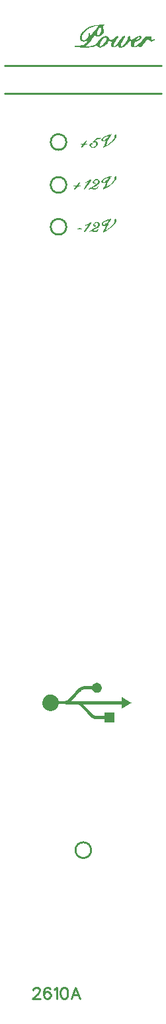
<source format=gto>
G04 Layer: TopSilkscreenLayer*
G04 EasyEDA v6.5.34, 2023-08-21 18:11:39*
G04 f96fbce58fd94eb08820de504881ded1,5a6b42c53f6a479593ecc07194224c93,10*
G04 Gerber Generator version 0.2*
G04 Scale: 100 percent, Rotated: No, Reflected: No *
G04 Dimensions in millimeters *
G04 leading zeros omitted , absolute positions ,4 integer and 5 decimal *
%FSLAX45Y45*%
%MOMM*%

%ADD10C,0.2540*%

%LPD*%
G36*
X1263751Y12720878D02*
G01*
X1249680Y12719202D01*
X1166876Y12711226D01*
X1153160Y12709448D01*
X1140053Y12707366D01*
X1127404Y12704876D01*
X1115263Y12702032D01*
X1103630Y12698831D01*
X1092403Y12695224D01*
X1081633Y12691211D01*
X1071270Y12686792D01*
X1061262Y12682016D01*
X1051610Y12676733D01*
X1042314Y12671094D01*
X1033322Y12664948D01*
X1024636Y12658394D01*
X1016203Y12651333D01*
X1007973Y12643815D01*
X1000048Y12635788D01*
X992276Y12627305D01*
X987399Y12621463D01*
X982929Y12615468D01*
X978865Y12609322D01*
X975156Y12603022D01*
X971854Y12596672D01*
X968908Y12590272D01*
X966419Y12583820D01*
X964285Y12577419D01*
X962558Y12571069D01*
X961288Y12564770D01*
X960424Y12558623D01*
X960018Y12550140D01*
X982929Y12550140D01*
X983284Y12555626D01*
X984199Y12561417D01*
X985672Y12567462D01*
X987755Y12573762D01*
X990346Y12580213D01*
X993444Y12586817D01*
X997102Y12593624D01*
X1001318Y12600533D01*
X1005992Y12607493D01*
X1011224Y12614554D01*
X1020724Y12626035D01*
X1028547Y12634366D01*
X1036675Y12642138D01*
X1045210Y12649352D01*
X1054150Y12656007D01*
X1063548Y12662204D01*
X1073404Y12667843D01*
X1083818Y12673076D01*
X1094790Y12677851D01*
X1106373Y12682220D01*
X1118565Y12686131D01*
X1131468Y12689738D01*
X1167536Y12698120D01*
X1176883Y12699949D01*
X1183386Y12700863D01*
X1187551Y12700914D01*
X1189888Y12700050D01*
X1190904Y12698425D01*
X1191107Y12695986D01*
X1190447Y12694005D01*
X1188567Y12690703D01*
X1181557Y12680848D01*
X1171194Y12667894D01*
X1139799Y12631521D01*
X1120837Y12607899D01*
X1177594Y12607899D01*
X1177950Y12613538D01*
X1178712Y12619380D01*
X1179880Y12625374D01*
X1181557Y12631369D01*
X1183589Y12637312D01*
X1186078Y12643104D01*
X1188974Y12648641D01*
X1192326Y12653822D01*
X1197102Y12660325D01*
X1201572Y12665913D01*
X1205687Y12670637D01*
X1209497Y12674447D01*
X1213002Y12677394D01*
X1216202Y12679426D01*
X1219098Y12680543D01*
X1221638Y12680797D01*
X1223924Y12680137D01*
X1225854Y12678562D01*
X1227480Y12676124D01*
X1228852Y12672771D01*
X1229868Y12668554D01*
X1230630Y12663373D01*
X1231036Y12657378D01*
X1231188Y12650419D01*
X1230934Y12644831D01*
X1230172Y12639090D01*
X1228953Y12633198D01*
X1227328Y12627356D01*
X1225296Y12621564D01*
X1222959Y12615875D01*
X1220317Y12610388D01*
X1217472Y12605156D01*
X1214374Y12600330D01*
X1211122Y12595860D01*
X1207770Y12591897D01*
X1204366Y12588494D01*
X1200912Y12585700D01*
X1197457Y12583668D01*
X1194054Y12582347D01*
X1190752Y12581890D01*
X1187551Y12582398D01*
X1184757Y12583922D01*
X1182471Y12586258D01*
X1180592Y12589408D01*
X1179220Y12593218D01*
X1178204Y12597638D01*
X1177696Y12602565D01*
X1177594Y12607899D01*
X1120837Y12607899D01*
X1114653Y12599771D01*
X1099159Y12577775D01*
X1096111Y12574168D01*
X1094028Y12572847D01*
X1092758Y12573711D01*
X1091996Y12576810D01*
X1091438Y12589408D01*
X1090879Y12596215D01*
X1089660Y12601752D01*
X1087932Y12606070D01*
X1085799Y12609118D01*
X1083411Y12610947D01*
X1080871Y12611557D01*
X1078382Y12610896D01*
X1076045Y12609017D01*
X1073962Y12605918D01*
X1072337Y12601549D01*
X1071270Y12595961D01*
X1070559Y12583109D01*
X1069746Y12577165D01*
X1068425Y12571374D01*
X1066596Y12565684D01*
X1064361Y12560198D01*
X1061669Y12554864D01*
X1058672Y12549835D01*
X1055370Y12545009D01*
X1051763Y12540488D01*
X1047902Y12536322D01*
X1043889Y12532461D01*
X1039672Y12529007D01*
X1035303Y12525959D01*
X1030884Y12523368D01*
X1026414Y12521234D01*
X1021892Y12519558D01*
X1017422Y12518440D01*
X1013002Y12517831D01*
X1008684Y12517882D01*
X1004519Y12518491D01*
X1000506Y12519710D01*
X996746Y12521641D01*
X993190Y12524282D01*
X989939Y12527635D01*
X987348Y12531344D01*
X985316Y12535509D01*
X983945Y12540030D01*
X983132Y12544907D01*
X982929Y12550140D01*
X960018Y12550140D01*
X960018Y12546736D01*
X960424Y12541148D01*
X961339Y12535763D01*
X962660Y12530632D01*
X964488Y12525857D01*
X966724Y12521387D01*
X969467Y12517323D01*
X972667Y12513665D01*
X976223Y12510617D01*
X980236Y12508077D01*
X984707Y12505944D01*
X989533Y12504318D01*
X994664Y12503099D01*
X1000048Y12502388D01*
X1005636Y12502083D01*
X1011377Y12502286D01*
X1017117Y12502896D01*
X1022908Y12503912D01*
X1028649Y12505385D01*
X1034287Y12507315D01*
X1039723Y12509652D01*
X1044956Y12512395D01*
X1049883Y12515596D01*
X1065123Y12528143D01*
X1067714Y12529870D01*
X1068527Y12529616D01*
X1067460Y12527178D01*
X1064564Y12522454D01*
X1053185Y12505740D01*
X1043990Y12492837D01*
X1035608Y12482118D01*
X1031646Y12477546D01*
X1027734Y12473432D01*
X1023772Y12469774D01*
X1019810Y12466574D01*
X1015695Y12463678D01*
X1011428Y12461189D01*
X1006957Y12459055D01*
X1002182Y12457176D01*
X997102Y12455601D01*
X991616Y12454229D01*
X985723Y12453061D01*
X979322Y12452096D01*
X964793Y12450622D01*
X933754Y12448641D01*
X921816Y12447574D01*
X911809Y12446406D01*
X903732Y12445085D01*
X897483Y12443663D01*
X893013Y12442139D01*
X891438Y12441377D01*
X890320Y12440564D01*
X889660Y12439802D01*
X889355Y12438989D01*
X889508Y12438176D01*
X890117Y12437364D01*
X892454Y12435738D01*
X896416Y12434163D01*
X901953Y12432639D01*
X908964Y12431166D01*
X917498Y12429744D01*
X927455Y12428474D01*
X938784Y12427305D01*
X951484Y12426289D01*
X980744Y12424816D01*
X1015339Y12424156D01*
X1047597Y12424359D01*
X1061872Y12424765D01*
X1075029Y12425426D01*
X1087069Y12426340D01*
X1098092Y12427508D01*
X1108100Y12428931D01*
X1117142Y12430556D01*
X1125321Y12432487D01*
X1132636Y12434620D01*
X1149705Y12441326D01*
X1158290Y12444374D01*
X1165352Y12446152D01*
X1171244Y12446711D01*
X1176375Y12445949D01*
X1181201Y12443917D01*
X1186129Y12440666D01*
X1195984Y12432487D01*
X1200708Y12429642D01*
X1205738Y12427458D01*
X1211072Y12425984D01*
X1216660Y12425172D01*
X1222552Y12425121D01*
X1228750Y12425730D01*
X1235202Y12427000D01*
X1239418Y12428321D01*
X1244041Y12430099D01*
X1253998Y12435027D01*
X1264615Y12441478D01*
X1275486Y12448997D01*
X1286154Y12457379D01*
X1296263Y12466167D01*
X1305356Y12475057D01*
X1312976Y12483744D01*
X1316126Y12487859D01*
X1318768Y12491770D01*
X1320800Y12495479D01*
X1322222Y12498882D01*
X1325575Y12503454D01*
X1331417Y12506147D01*
X1339291Y12506807D01*
X1348740Y12505283D01*
X1354734Y12503505D01*
X1359357Y12501575D01*
X1362659Y12499441D01*
X1364691Y12496952D01*
X1365504Y12494006D01*
X1365148Y12490500D01*
X1363726Y12486233D01*
X1358900Y12476226D01*
X1357122Y12471349D01*
X1355902Y12466675D01*
X1355293Y12462103D01*
X1355140Y12457734D01*
X1355547Y12453569D01*
X1356410Y12449657D01*
X1357680Y12445949D01*
X1359408Y12442545D01*
X1361541Y12439396D01*
X1364030Y12436551D01*
X1366824Y12434062D01*
X1369974Y12431877D01*
X1373428Y12430099D01*
X1377137Y12428677D01*
X1381099Y12427661D01*
X1385265Y12427051D01*
X1389634Y12426950D01*
X1394155Y12427254D01*
X1398828Y12428067D01*
X1403604Y12429388D01*
X1408430Y12431268D01*
X1413357Y12433655D01*
X1425600Y12441275D01*
X1431594Y12444577D01*
X1436573Y12446558D01*
X1440840Y12447270D01*
X1444802Y12446609D01*
X1448714Y12444679D01*
X1452880Y12441428D01*
X1464462Y12430810D01*
X1471472Y12425883D01*
X1477924Y12422581D01*
X1482953Y12421362D01*
X1486255Y12421565D01*
X1489862Y12422225D01*
X1498092Y12424765D01*
X1507337Y12428778D01*
X1517294Y12434062D01*
X1527657Y12440412D01*
X1538122Y12447676D01*
X1548485Y12455652D01*
X1558340Y12464135D01*
X1567535Y12472924D01*
X1581150Y12488214D01*
X1586331Y12493599D01*
X1591056Y12498070D01*
X1595424Y12501626D01*
X1599336Y12504267D01*
X1602892Y12505994D01*
X1606042Y12506807D01*
X1608734Y12506655D01*
X1610969Y12505639D01*
X1612849Y12503658D01*
X1614220Y12500813D01*
X1615186Y12497054D01*
X1615643Y12492380D01*
X1615694Y12486792D01*
X1615236Y12480290D01*
X1613712Y12466726D01*
X1613560Y12461036D01*
X1613966Y12455753D01*
X1614881Y12450876D01*
X1616252Y12446406D01*
X1618132Y12442393D01*
X1620469Y12438837D01*
X1623263Y12435738D01*
X1626514Y12433046D01*
X1630172Y12430861D01*
X1634236Y12429134D01*
X1638706Y12427864D01*
X1643583Y12427102D01*
X1648815Y12426848D01*
X1654403Y12427051D01*
X1660347Y12427762D01*
X1666646Y12428982D01*
X1673199Y12430760D01*
X1680108Y12433046D01*
X1694332Y12438634D01*
X1700682Y12440869D01*
X1706219Y12442494D01*
X1710740Y12443510D01*
X1714246Y12443917D01*
X1716532Y12443663D01*
X1717497Y12442698D01*
X1716278Y12437313D01*
X1718614Y12434214D01*
X1723643Y12432182D01*
X1730857Y12431420D01*
X1735429Y12432030D01*
X1740357Y12433858D01*
X1745538Y12436754D01*
X1750872Y12440716D01*
X1756206Y12445542D01*
X1761439Y12451232D01*
X1766519Y12457633D01*
X1780743Y12479020D01*
X1787906Y12488722D01*
X1795221Y12498019D01*
X1802333Y12506350D01*
X1808784Y12513259D01*
X1817878Y12521438D01*
X1822957Y12525400D01*
X1827225Y12527838D01*
X1831035Y12528753D01*
X1834642Y12528194D01*
X1838452Y12526162D01*
X1842719Y12522708D01*
X1847799Y12517831D01*
X1854860Y12511532D01*
X1862124Y12506401D01*
X1868779Y12502896D01*
X1873961Y12501626D01*
X1878431Y12502032D01*
X1883359Y12503200D01*
X1888642Y12504978D01*
X1894027Y12507264D01*
X1899412Y12510008D01*
X1904593Y12513056D01*
X1909419Y12516358D01*
X1913788Y12519710D01*
X1917395Y12523165D01*
X1920239Y12526467D01*
X1922018Y12529616D01*
X1922678Y12532461D01*
X1921408Y12536119D01*
X1917750Y12537287D01*
X1911654Y12535916D01*
X1903272Y12532106D01*
X1890877Y12525908D01*
X1886051Y12524028D01*
X1882089Y12522860D01*
X1878990Y12522606D01*
X1876602Y12523114D01*
X1874977Y12524536D01*
X1874012Y12526822D01*
X1873707Y12530023D01*
X1874012Y12534138D01*
X1874875Y12539167D01*
X1877466Y12550241D01*
X1878228Y12554508D01*
X1878431Y12558115D01*
X1878025Y12561011D01*
X1876856Y12563348D01*
X1874875Y12565176D01*
X1871929Y12566548D01*
X1867966Y12567564D01*
X1862886Y12568224D01*
X1848866Y12568885D01*
X1832965Y12568986D01*
X1821230Y12568478D01*
X1816150Y12567920D01*
X1811528Y12567056D01*
X1807210Y12565938D01*
X1803196Y12564414D01*
X1799386Y12562535D01*
X1795678Y12560198D01*
X1792020Y12557404D01*
X1788363Y12554051D01*
X1784604Y12550190D01*
X1776475Y12540538D01*
X1759254Y12518186D01*
X1750466Y12508077D01*
X1740865Y12498019D01*
X1730806Y12488214D01*
X1720392Y12478816D01*
X1709978Y12470079D01*
X1699768Y12462103D01*
X1690014Y12455194D01*
X1680870Y12449454D01*
X1672691Y12445136D01*
X1665630Y12442393D01*
X1662633Y12441682D01*
X1659991Y12441428D01*
X1656638Y12443561D01*
X1654403Y12449302D01*
X1653438Y12457836D01*
X1653946Y12468250D01*
X1655114Y12475159D01*
X1656994Y12481255D01*
X1659686Y12486538D01*
X1663141Y12491212D01*
X1667560Y12495225D01*
X1672996Y12498781D01*
X1679498Y12501880D01*
X1693875Y12507010D01*
X1700428Y12509550D01*
X1712671Y12515392D01*
X1718411Y12518593D01*
X1728774Y12525400D01*
X1733397Y12529007D01*
X1737563Y12532664D01*
X1741271Y12536373D01*
X1744522Y12540132D01*
X1747266Y12543891D01*
X1749399Y12547600D01*
X1751025Y12551257D01*
X1751990Y12554864D01*
X1752295Y12558369D01*
X1751888Y12561671D01*
X1750720Y12564465D01*
X1748789Y12566802D01*
X1746199Y12568732D01*
X1742998Y12570206D01*
X1739239Y12571272D01*
X1735023Y12571882D01*
X1730349Y12572085D01*
X1725320Y12571933D01*
X1719986Y12571323D01*
X1714398Y12570409D01*
X1702714Y12567361D01*
X1696770Y12565278D01*
X1690776Y12562840D01*
X1684832Y12560096D01*
X1678990Y12556998D01*
X1673352Y12553543D01*
X1667916Y12549835D01*
X1656435Y12540792D01*
X1650390Y12536474D01*
X1644497Y12532918D01*
X1638909Y12530124D01*
X1633575Y12527991D01*
X1628597Y12526619D01*
X1623923Y12525908D01*
X1619605Y12525959D01*
X1615744Y12526721D01*
X1612239Y12528143D01*
X1609242Y12530277D01*
X1606702Y12533122D01*
X1604670Y12536678D01*
X1603197Y12540945D01*
X1602282Y12545872D01*
X1601673Y12557353D01*
X1600809Y12562230D01*
X1599438Y12566091D01*
X1597609Y12568936D01*
X1595424Y12570866D01*
X1592986Y12571831D01*
X1590294Y12571933D01*
X1587449Y12571171D01*
X1584553Y12569596D01*
X1581607Y12567208D01*
X1578762Y12564008D01*
X1576019Y12560096D01*
X1573428Y12555423D01*
X1571193Y12550089D01*
X1569262Y12544094D01*
X1566570Y12532512D01*
X1564454Y12525756D01*
X1676704Y12525756D01*
X1678025Y12528702D01*
X1680819Y12532461D01*
X1685137Y12537033D01*
X1691081Y12542367D01*
X1700885Y12549632D01*
X1709826Y12554661D01*
X1716887Y12557048D01*
X1721154Y12556236D01*
X1721967Y12552781D01*
X1719732Y12547752D01*
X1714855Y12541961D01*
X1707794Y12535916D01*
X1700682Y12531039D01*
X1694332Y12527280D01*
X1688795Y12524587D01*
X1684223Y12522911D01*
X1680616Y12522200D01*
X1678076Y12522454D01*
X1676755Y12523673D01*
X1676704Y12525756D01*
X1564454Y12525756D01*
X1560525Y12515900D01*
X1554734Y12504115D01*
X1547876Y12492482D01*
X1540357Y12481661D01*
X1536446Y12476734D01*
X1532534Y12472263D01*
X1522628Y12462205D01*
X1513738Y12454229D01*
X1505864Y12448235D01*
X1502308Y12445949D01*
X1499057Y12444171D01*
X1496009Y12442850D01*
X1493316Y12441986D01*
X1490878Y12441529D01*
X1488694Y12441529D01*
X1486814Y12441936D01*
X1485239Y12442799D01*
X1483969Y12444018D01*
X1483004Y12445695D01*
X1482293Y12447676D01*
X1481937Y12450114D01*
X1481886Y12452858D01*
X1482750Y12459512D01*
X1484934Y12467488D01*
X1488440Y12476734D01*
X1493316Y12487249D01*
X1499616Y12498832D01*
X1507388Y12511532D01*
X1519936Y12530328D01*
X1531924Y12548768D01*
X1535887Y12555474D01*
X1538478Y12560757D01*
X1539849Y12564770D01*
X1539951Y12567666D01*
X1538884Y12569647D01*
X1536598Y12570866D01*
X1533194Y12571526D01*
X1528724Y12571831D01*
X1523136Y12571882D01*
X1520240Y12571526D01*
X1517040Y12570460D01*
X1513535Y12568732D01*
X1509877Y12566396D01*
X1505966Y12563449D01*
X1501952Y12559944D01*
X1497787Y12555931D01*
X1493570Y12551410D01*
X1485087Y12541097D01*
X1480870Y12535306D01*
X1471879Y12521742D01*
X1462074Y12507468D01*
X1452524Y12494209D01*
X1443278Y12482068D01*
X1434490Y12471247D01*
X1426311Y12461900D01*
X1418793Y12454077D01*
X1412087Y12448032D01*
X1409090Y12445695D01*
X1406347Y12443866D01*
X1403908Y12442545D01*
X1401724Y12441682D01*
X1399794Y12441428D01*
X1396898Y12441834D01*
X1394612Y12443104D01*
X1392936Y12445085D01*
X1391920Y12447778D01*
X1391462Y12451080D01*
X1391615Y12455042D01*
X1392326Y12459512D01*
X1393596Y12464491D01*
X1395425Y12469926D01*
X1397762Y12475768D01*
X1400606Y12481915D01*
X1403959Y12488367D01*
X1407769Y12495022D01*
X1412036Y12501880D01*
X1416761Y12508890D01*
X1427886Y12524028D01*
X1438503Y12539370D01*
X1446580Y12552273D01*
X1449324Y12557302D01*
X1451051Y12561163D01*
X1451660Y12563602D01*
X1451102Y12567259D01*
X1449527Y12569850D01*
X1447038Y12571476D01*
X1443786Y12572085D01*
X1439773Y12571780D01*
X1435201Y12570612D01*
X1430121Y12568580D01*
X1424736Y12565684D01*
X1419047Y12562027D01*
X1413205Y12557658D01*
X1407363Y12552578D01*
X1396441Y12541758D01*
X1390954Y12537033D01*
X1385265Y12532766D01*
X1379474Y12529058D01*
X1373886Y12526010D01*
X1368552Y12523673D01*
X1363675Y12522200D01*
X1359509Y12521692D01*
X1355496Y12522200D01*
X1351432Y12523622D01*
X1347419Y12525857D01*
X1343507Y12528905D01*
X1339900Y12532563D01*
X1336598Y12536830D01*
X1333754Y12541605D01*
X1329588Y12550952D01*
X1327404Y12554661D01*
X1324864Y12558014D01*
X1322070Y12561011D01*
X1318920Y12563602D01*
X1315516Y12565786D01*
X1311859Y12567666D01*
X1307998Y12569139D01*
X1303883Y12570256D01*
X1299565Y12571018D01*
X1295146Y12571425D01*
X1290523Y12571526D01*
X1285748Y12571272D01*
X1280871Y12570663D01*
X1275892Y12569748D01*
X1265783Y12566954D01*
X1260652Y12565075D01*
X1250391Y12560452D01*
X1245260Y12557658D01*
X1235202Y12551308D01*
X1225499Y12543840D01*
X1220825Y12539675D01*
X1211935Y12530632D01*
X1207719Y12525705D01*
X1203756Y12520574D01*
X1199997Y12515138D01*
X1193292Y12504420D01*
X1189837Y12499441D01*
X1182319Y12490043D01*
X1173988Y12481356D01*
X1164844Y12473381D01*
X1154988Y12466218D01*
X1144574Y12459919D01*
X1133551Y12454432D01*
X1124629Y12450826D01*
X1211173Y12450826D01*
X1211427Y12455296D01*
X1212138Y12460173D01*
X1213358Y12465304D01*
X1214983Y12470739D01*
X1217015Y12476378D01*
X1219454Y12482220D01*
X1225245Y12494056D01*
X1232255Y12505944D01*
X1240180Y12517424D01*
X1244396Y12522860D01*
X1253286Y12532918D01*
X1257909Y12537389D01*
X1263345Y12542164D01*
X1268526Y12546076D01*
X1273454Y12549225D01*
X1278026Y12551562D01*
X1282242Y12553137D01*
X1286103Y12553950D01*
X1289507Y12554000D01*
X1292504Y12553340D01*
X1295044Y12551918D01*
X1297025Y12549784D01*
X1298498Y12546990D01*
X1299413Y12543434D01*
X1299667Y12539218D01*
X1299362Y12534341D01*
X1298346Y12528854D01*
X1296670Y12522657D01*
X1294841Y12517577D01*
X1292656Y12512446D01*
X1290116Y12507264D01*
X1284071Y12496901D01*
X1277010Y12486792D01*
X1269238Y12477038D01*
X1260957Y12467996D01*
X1252524Y12459868D01*
X1244193Y12452858D01*
X1240129Y12449810D01*
X1232408Y12444933D01*
X1228852Y12443155D01*
X1225499Y12441783D01*
X1222451Y12440920D01*
X1219657Y12440513D01*
X1217218Y12440716D01*
X1215136Y12441478D01*
X1213459Y12442850D01*
X1212189Y12444831D01*
X1211427Y12447473D01*
X1211173Y12450826D01*
X1124629Y12450826D01*
X1116126Y12447930D01*
X1110132Y12446254D01*
X1097889Y12443612D01*
X1091641Y12442698D01*
X1085342Y12442037D01*
X1078992Y12441631D01*
X1029258Y12441428D01*
X1063548Y12470485D01*
X1070610Y12477292D01*
X1078128Y12485268D01*
X1085799Y12494158D01*
X1093520Y12503607D01*
X1100937Y12513411D01*
X1107846Y12523216D01*
X1114044Y12532715D01*
X1126845Y12553899D01*
X1131062Y12560147D01*
X1134872Y12565227D01*
X1138428Y12569139D01*
X1141780Y12571984D01*
X1145082Y12573812D01*
X1148384Y12574727D01*
X1151890Y12574778D01*
X1155700Y12574117D01*
X1159865Y12572746D01*
X1169060Y12568936D01*
X1173734Y12567564D01*
X1178509Y12566650D01*
X1183436Y12566091D01*
X1188415Y12565989D01*
X1193495Y12566294D01*
X1198575Y12566954D01*
X1203655Y12568021D01*
X1208735Y12569444D01*
X1213815Y12571272D01*
X1218793Y12573406D01*
X1223721Y12575946D01*
X1228496Y12578791D01*
X1233220Y12581991D01*
X1237742Y12585496D01*
X1242161Y12589306D01*
X1246327Y12593421D01*
X1250340Y12597841D01*
X1254048Y12602565D01*
X1257554Y12607544D01*
X1263751Y12617754D01*
X1265986Y12622326D01*
X1267714Y12626644D01*
X1268882Y12630861D01*
X1269542Y12635026D01*
X1269644Y12639294D01*
X1269288Y12643764D01*
X1268425Y12648539D01*
X1267104Y12653670D01*
X1260449Y12672974D01*
X1258570Y12679476D01*
X1257350Y12685166D01*
X1256741Y12689992D01*
X1256842Y12694005D01*
X1257655Y12697104D01*
X1259078Y12699339D01*
X1265123Y12702692D01*
X1268069Y12705740D01*
X1270101Y12709347D01*
X1271117Y12713055D01*
X1271016Y12716510D01*
X1269796Y12719202D01*
X1267409Y12720828D01*
G37*
G36*
X1173226Y4308195D02*
G01*
X1166926Y4307738D01*
X1161034Y4306773D01*
X1155700Y4305300D01*
X1150874Y4303318D01*
X1146098Y4300829D01*
X1141476Y4297832D01*
X1137056Y4294428D01*
X1132941Y4290669D01*
X1129182Y4286656D01*
X1125829Y4282338D01*
X1122984Y4277918D01*
X1116685Y4266895D01*
X1047648Y4266844D01*
X1027836Y4266539D01*
X1011529Y4265726D01*
X998067Y4264355D01*
X992225Y4263440D01*
X986790Y4262323D01*
X976985Y4259427D01*
X967943Y4255566D01*
X958951Y4250639D01*
X952957Y4246778D01*
X948994Y4243476D01*
X936599Y4231894D01*
X919327Y4214825D01*
X898601Y4193743D01*
X875842Y4170019D01*
X848715Y4141317D01*
X825804Y4117644D01*
X808532Y4100525D01*
X801776Y4094175D01*
X796188Y4089247D01*
X791616Y4085539D01*
X788009Y4083100D01*
X782574Y4080459D01*
X778560Y4079036D01*
X774090Y4077868D01*
X768858Y4077004D01*
X762406Y4076344D01*
X744321Y4075429D01*
X689762Y4074058D01*
X683107Y4093057D01*
X680669Y4098645D01*
X677976Y4103979D01*
X675030Y4109161D01*
X671779Y4114139D01*
X668324Y4118914D01*
X664667Y4123436D01*
X660806Y4127754D01*
X656691Y4131818D01*
X652424Y4135628D01*
X647954Y4139184D01*
X643280Y4142536D01*
X638505Y4145584D01*
X633526Y4148429D01*
X628446Y4150969D01*
X623265Y4153204D01*
X617931Y4155186D01*
X612495Y4156862D01*
X607009Y4158284D01*
X601421Y4159351D01*
X595731Y4160164D01*
X589991Y4160621D01*
X584250Y4160774D01*
X578459Y4160621D01*
X572617Y4160113D01*
X566775Y4159250D01*
X560933Y4158081D01*
X555091Y4156557D01*
X549198Y4154678D01*
X543458Y4152493D01*
X537921Y4150004D01*
X532638Y4147261D01*
X527558Y4144264D01*
X522681Y4141012D01*
X518007Y4137507D01*
X513588Y4133748D01*
X509422Y4129735D01*
X505459Y4125468D01*
X501751Y4120997D01*
X498246Y4116273D01*
X495046Y4111345D01*
X492099Y4106164D01*
X489356Y4100779D01*
X486918Y4095191D01*
X482854Y4083456D01*
X481228Y4077258D01*
X479907Y4070908D01*
X479043Y4064812D01*
X478637Y4058564D01*
X478637Y4052265D01*
X479094Y4045813D01*
X480009Y4039362D01*
X481279Y4032910D01*
X482955Y4026458D01*
X484987Y4020108D01*
X487426Y4013860D01*
X490169Y4007764D01*
X493268Y4001871D01*
X496671Y3996182D01*
X500380Y3990797D01*
X504443Y3985666D01*
X508711Y3980891D01*
X513283Y3976522D01*
X517855Y3972610D01*
X522528Y3969054D01*
X527304Y3965803D01*
X532130Y3962857D01*
X537108Y3960266D01*
X542188Y3957929D01*
X547420Y3955897D01*
X552754Y3954119D01*
X558241Y3952697D01*
X563880Y3951528D01*
X569671Y3950665D01*
X575665Y3950055D01*
X581761Y3949750D01*
X587756Y3949750D01*
X593648Y3950106D01*
X599490Y3950715D01*
X605180Y3951630D01*
X610768Y3952849D01*
X616254Y3954373D01*
X621639Y3956202D01*
X626872Y3958285D01*
X631952Y3960622D01*
X636879Y3963263D01*
X641654Y3966159D01*
X646277Y3969308D01*
X650697Y3972712D01*
X654964Y3976370D01*
X659028Y3980281D01*
X662889Y3984396D01*
X666597Y3988815D01*
X670052Y3993387D01*
X676300Y4003294D01*
X679043Y4008577D01*
X681583Y4014063D01*
X689914Y4035907D01*
X857554Y4034739D01*
X899058Y4034180D01*
X912926Y4033774D01*
X923188Y4033215D01*
X930605Y4032504D01*
X935990Y4031538D01*
X940053Y4030370D01*
X943559Y4028846D01*
X947775Y4026611D01*
X950620Y4024680D01*
X957681Y4018889D01*
X966825Y4010558D01*
X978153Y3999433D01*
X991819Y3985412D01*
X1054912Y3918508D01*
X1076756Y3895851D01*
X1092962Y3879799D01*
X1099413Y3873754D01*
X1110081Y3864864D01*
X1114704Y3861562D01*
X1119022Y3858818D01*
X1127861Y3854196D01*
X1147318Y3844747D01*
X1271320Y3842969D01*
X1271320Y3801567D01*
X1399489Y3801567D01*
X1399489Y3926941D01*
X1271320Y3926941D01*
X1271320Y3884828D01*
X1181303Y3886301D01*
X1167536Y3886962D01*
X1158138Y3887927D01*
X1154582Y3888587D01*
X1148689Y3890467D01*
X1143152Y3893058D01*
X1140053Y3894886D01*
X1136396Y3897528D01*
X1131976Y3901135D01*
X1126642Y3905910D01*
X1112469Y3919778D01*
X1092301Y3940606D01*
X1064666Y3969918D01*
X1006195Y4032808D01*
X1494231Y4032808D01*
X1494383Y3998010D01*
X1494790Y3990035D01*
X1495348Y3984650D01*
X1496110Y3982669D01*
X1497787Y3983278D01*
X1507642Y3988562D01*
X1527505Y3999890D01*
X1597609Y4040784D01*
X1614068Y4049826D01*
X1616913Y4051757D01*
X1618894Y4053433D01*
X1619605Y4054601D01*
X1618589Y4055618D01*
X1611122Y4060698D01*
X1597710Y4068927D01*
X1505102Y4122826D01*
X1501140Y4124706D01*
X1498041Y4125722D01*
X1496364Y4125772D01*
X1495501Y4123283D01*
X1494840Y4117492D01*
X1494383Y4109313D01*
X1494231Y4074617D01*
X1036675Y4074820D01*
X917397Y4075429D01*
X877316Y4075836D01*
X853541Y4076344D01*
X847902Y4076700D01*
X852932Y4082796D01*
X866546Y4097832D01*
X911352Y4145686D01*
X938885Y4174286D01*
X960932Y4196384D01*
X976833Y4211269D01*
X982218Y4215739D01*
X985774Y4218127D01*
X990803Y4220260D01*
X993546Y4221124D01*
X1000455Y4222394D01*
X1010361Y4223258D01*
X1024534Y4223867D01*
X1116685Y4225188D01*
X1124153Y4212793D01*
X1127404Y4207865D01*
X1131062Y4203395D01*
X1135024Y4199382D01*
X1139291Y4195826D01*
X1143812Y4192727D01*
X1148588Y4190085D01*
X1153515Y4187850D01*
X1158646Y4186072D01*
X1163878Y4184751D01*
X1169212Y4183887D01*
X1174597Y4183481D01*
X1179982Y4183481D01*
X1185367Y4183938D01*
X1190701Y4184802D01*
X1195984Y4186123D01*
X1201115Y4187850D01*
X1206144Y4190085D01*
X1210919Y4192676D01*
X1215542Y4195724D01*
X1219860Y4199229D01*
X1223924Y4203141D01*
X1227683Y4207459D01*
X1231087Y4212234D01*
X1234084Y4217416D01*
X1236065Y4222089D01*
X1237691Y4227474D01*
X1238910Y4233367D01*
X1239672Y4239564D01*
X1239977Y4245864D01*
X1239824Y4252061D01*
X1239215Y4258056D01*
X1238046Y4263542D01*
X1236014Y4269232D01*
X1232966Y4275074D01*
X1229156Y4280865D01*
X1224635Y4286504D01*
X1219606Y4291736D01*
X1214272Y4296460D01*
X1208684Y4300423D01*
X1203045Y4303471D01*
X1198067Y4305350D01*
X1192326Y4306773D01*
X1186180Y4307687D01*
X1179728Y4308195D01*
G37*
G36*
X1359763Y10238232D02*
G01*
X1356817Y10237927D01*
X1348079Y10235996D01*
X1335379Y10232288D01*
X1318361Y10226802D01*
X1300327Y10220655D01*
X1292910Y10217759D01*
X1279144Y10211460D01*
X1267002Y10204704D01*
X1261618Y10201198D01*
X1256690Y10197592D01*
X1252220Y10193985D01*
X1248308Y10190327D01*
X1244904Y10186619D01*
X1242060Y10182961D01*
X1239824Y10179304D01*
X1238199Y10175697D01*
X1237234Y10172192D01*
X1236966Y10169550D01*
X1256944Y10169550D01*
X1256995Y10175087D01*
X1258214Y10180624D01*
X1260652Y10185755D01*
X1264412Y10189972D01*
X1266850Y10191699D01*
X1274978Y10196169D01*
X1285951Y10201351D01*
X1298041Y10206532D01*
X1309573Y10210952D01*
X1318920Y10213949D01*
X1322171Y10214711D01*
X1322120Y10213340D01*
X1317955Y10203738D01*
X1314399Y10196677D01*
X1310081Y10189819D01*
X1305407Y10184638D01*
X1300937Y10181640D01*
X1297178Y10181336D01*
X1293672Y10181386D01*
X1289913Y10179304D01*
X1286306Y10175494D01*
X1280160Y10164876D01*
X1276197Y10160457D01*
X1271930Y10157460D01*
X1267866Y10156342D01*
X1263599Y10157409D01*
X1260297Y10160254D01*
X1258062Y10164419D01*
X1256944Y10169550D01*
X1236966Y10169550D01*
X1236878Y10168686D01*
X1237996Y10163302D01*
X1240993Y10158323D01*
X1245514Y10153853D01*
X1251153Y10150195D01*
X1257554Y10147452D01*
X1264361Y10145928D01*
X1271117Y10145776D01*
X1277518Y10147249D01*
X1282192Y10148976D01*
X1285646Y10149992D01*
X1287881Y10150043D01*
X1288948Y10148976D01*
X1288999Y10146538D01*
X1288084Y10142524D01*
X1283462Y10129012D01*
X1279398Y10118242D01*
X1274521Y10106456D01*
X1269492Y10095077D01*
X1261008Y10077653D01*
X1258265Y10070846D01*
X1256842Y10065816D01*
X1256995Y10063327D01*
X1258468Y10063480D01*
X1261872Y10064800D01*
X1273352Y10070592D01*
X1289761Y10079837D01*
X1309319Y10091521D01*
X1323746Y10100767D01*
X1337564Y10110368D01*
X1350670Y10120223D01*
X1362964Y10130282D01*
X1374394Y10140391D01*
X1384909Y10150500D01*
X1394358Y10160508D01*
X1402791Y10170312D01*
X1410004Y10179862D01*
X1415999Y10189006D01*
X1420723Y10197693D01*
X1424025Y10205821D01*
X1425143Y10209682D01*
X1425905Y10213340D01*
X1426260Y10216794D01*
X1426260Y10220096D01*
X1425854Y10223195D01*
X1424990Y10226040D01*
X1423771Y10228681D01*
X1422095Y10231069D01*
X1418183Y10234472D01*
X1414272Y10235895D01*
X1410512Y10235488D01*
X1407109Y10233456D01*
X1404366Y10230053D01*
X1402486Y10225430D01*
X1401724Y10219791D01*
X1402588Y10210190D01*
X1402384Y10206634D01*
X1401724Y10202875D01*
X1400606Y10198811D01*
X1399032Y10194544D01*
X1397000Y10190073D01*
X1394561Y10185450D01*
X1391716Y10180624D01*
X1384858Y10170617D01*
X1376680Y10160304D01*
X1367180Y10149840D01*
X1356614Y10139426D01*
X1345082Y10129266D01*
X1332738Y10119461D01*
X1318361Y10109047D01*
X1306271Y10100818D01*
X1297787Y10095585D01*
X1295247Y10094366D01*
X1294079Y10094214D01*
X1293825Y10095331D01*
X1294130Y10097465D01*
X1294892Y10100564D01*
X1297889Y10109200D01*
X1302359Y10120579D01*
X1308049Y10133939D01*
X1321714Y10163708D01*
X1329029Y10178745D01*
X1336192Y10192867D01*
X1342847Y10205364D01*
X1348689Y10215575D01*
X1353413Y10222738D01*
X1360474Y10230866D01*
X1362151Y10233202D01*
X1363167Y10235082D01*
X1363472Y10236504D01*
X1363065Y10237520D01*
X1361795Y10238079D01*
G37*
G36*
X1174140Y10198303D02*
G01*
X1168755Y10197795D01*
X1163167Y10196728D01*
X1158443Y10195153D01*
X1153718Y10192715D01*
X1149146Y10189667D01*
X1144727Y10186009D01*
X1140663Y10181945D01*
X1137005Y10177576D01*
X1133805Y10173004D01*
X1131214Y10168382D01*
X1129334Y10163860D01*
X1128217Y10159492D01*
X1128014Y10155478D01*
X1128725Y10151872D01*
X1131214Y10147096D01*
X1134516Y10143236D01*
X1138377Y10140289D01*
X1142746Y10138410D01*
X1147318Y10137546D01*
X1151991Y10137851D01*
X1156563Y10139324D01*
X1160830Y10142016D01*
X1165047Y10146080D01*
X1165961Y10149027D01*
X1163320Y10151516D01*
X1151636Y10156545D01*
X1147775Y10158984D01*
X1145489Y10161625D01*
X1144727Y10164622D01*
X1145438Y10167975D01*
X1147724Y10171836D01*
X1151483Y10176256D01*
X1156766Y10181336D01*
X1163370Y10186568D01*
X1169009Y10189006D01*
X1174343Y10188854D01*
X1179982Y10186263D01*
X1183487Y10183876D01*
X1186484Y10181336D01*
X1188923Y10178694D01*
X1190904Y10175900D01*
X1192326Y10173055D01*
X1193241Y10170109D01*
X1193698Y10167061D01*
X1193596Y10163860D01*
X1193038Y10160660D01*
X1191920Y10157307D01*
X1190345Y10153904D01*
X1188262Y10150398D01*
X1185672Y10146842D01*
X1182624Y10143185D01*
X1179068Y10139476D01*
X1175054Y10135717D01*
X1170533Y10131856D01*
X1160068Y10124033D01*
X1147673Y10115956D01*
X1133398Y10107726D01*
X1115568Y10098227D01*
X1106271Y10092893D01*
X1097838Y10087711D01*
X1090472Y10082834D01*
X1084427Y10078415D01*
X1079855Y10074554D01*
X1076909Y10071404D01*
X1075893Y10069118D01*
X1076502Y10065054D01*
X1078636Y10063835D01*
X1083056Y10065410D01*
X1094943Y10072674D01*
X1098854Y10074706D01*
X1102563Y10075875D01*
X1106271Y10076281D01*
X1110284Y10075926D01*
X1114958Y10074757D01*
X1120546Y10072827D01*
X1133805Y10067696D01*
X1140104Y10066070D01*
X1146149Y10065156D01*
X1151991Y10064953D01*
X1157630Y10065512D01*
X1163015Y10066832D01*
X1168196Y10068814D01*
X1173175Y10071608D01*
X1177950Y10075113D01*
X1182471Y10079329D01*
X1186789Y10084257D01*
X1190853Y10089946D01*
X1195171Y10097211D01*
X1197559Y10102646D01*
X1198067Y10106202D01*
X1197000Y10107828D01*
X1194358Y10107472D01*
X1190447Y10105085D01*
X1185316Y10100665D01*
X1174343Y10088676D01*
X1170381Y10084663D01*
X1166926Y10081920D01*
X1163624Y10080447D01*
X1160272Y10080040D01*
X1156411Y10080701D01*
X1151890Y10082276D01*
X1128522Y10092842D01*
X1164742Y10110419D01*
X1176883Y10116769D01*
X1187500Y10122814D01*
X1195374Y10127742D01*
X1197864Y10129570D01*
X1202080Y10133431D01*
X1205636Y10137394D01*
X1208633Y10141508D01*
X1210970Y10145674D01*
X1212799Y10149941D01*
X1214069Y10154208D01*
X1214831Y10158526D01*
X1215034Y10162743D01*
X1214780Y10166908D01*
X1214018Y10170922D01*
X1212799Y10174833D01*
X1211173Y10178542D01*
X1209090Y10182047D01*
X1206601Y10185298D01*
X1203706Y10188244D01*
X1200454Y10190937D01*
X1196848Y10193223D01*
X1192936Y10195153D01*
X1188669Y10196626D01*
X1184097Y10197693D01*
X1179220Y10198252D01*
G37*
G36*
X1105052Y10195763D02*
G01*
X1102563Y10195661D01*
X1098905Y10194442D01*
X1093927Y10192054D01*
X1087526Y10188498D01*
X1058672Y10170464D01*
X1048207Y10164724D01*
X1039723Y10160863D01*
X1036624Y10159796D01*
X1031290Y10158933D01*
X1028750Y10157612D01*
X1027023Y10155682D01*
X1026363Y10153243D01*
X1026921Y10148976D01*
X1029665Y10147503D01*
X1036116Y10148976D01*
X1055725Y10156088D01*
X1058265Y10156698D01*
X1059891Y10156596D01*
X1060500Y10155580D01*
X1060094Y10153497D01*
X1058519Y10150195D01*
X1051712Y10139070D01*
X1025347Y10099598D01*
X1020165Y10091521D01*
X1015949Y10084511D01*
X1012698Y10078618D01*
X1010412Y10073792D01*
X1009040Y10069931D01*
X1008583Y10067086D01*
X1009040Y10065105D01*
X1010412Y10063988D01*
X1012698Y10063734D01*
X1015847Y10064292D01*
X1019810Y10065562D01*
X1021435Y10066578D01*
X1023670Y10068610D01*
X1029766Y10075519D01*
X1037691Y10085425D01*
X1046886Y10097719D01*
X1056894Y10111638D01*
X1067155Y10126421D01*
X1086561Y10155732D01*
X1094689Y10168788D01*
X1101140Y10179812D01*
X1105357Y10188092D01*
X1106474Y10190937D01*
X1106881Y10192816D01*
X1106424Y10194798D01*
G37*
G36*
X958646Y10116261D02*
G01*
X946454Y10115753D01*
X935939Y10114432D01*
X928116Y10112451D01*
X924204Y10110063D01*
X925017Y10107472D01*
X930605Y10105542D01*
X940663Y10104323D01*
X954836Y10103916D01*
X968197Y10104374D01*
X979119Y10105694D01*
X986536Y10107676D01*
X989228Y10110063D01*
X986840Y10112451D01*
X980236Y10114432D01*
X970534Y10115753D01*
G37*
G36*
X1361084Y10784332D02*
G01*
X1358036Y10784027D01*
X1349146Y10782096D01*
X1336090Y10778388D01*
X1318615Y10772902D01*
X1300124Y10766755D01*
X1292555Y10763859D01*
X1285290Y10760760D01*
X1278432Y10757560D01*
X1271981Y10754207D01*
X1265986Y10750804D01*
X1260398Y10747298D01*
X1255369Y10743692D01*
X1250797Y10740085D01*
X1246784Y10736427D01*
X1243279Y10732719D01*
X1240383Y10729061D01*
X1238097Y10725404D01*
X1236421Y10721797D01*
X1235405Y10718292D01*
X1235175Y10715650D01*
X1255674Y10715650D01*
X1255674Y10721187D01*
X1256944Y10726724D01*
X1259433Y10731855D01*
X1263294Y10736072D01*
X1265834Y10737799D01*
X1274165Y10742269D01*
X1285392Y10747451D01*
X1297787Y10752632D01*
X1309624Y10757052D01*
X1319174Y10760049D01*
X1322578Y10760811D01*
X1322476Y10759440D01*
X1320952Y10755630D01*
X1314551Y10742777D01*
X1310132Y10735919D01*
X1305356Y10730738D01*
X1300734Y10727740D01*
X1296873Y10727436D01*
X1293317Y10727486D01*
X1289456Y10725404D01*
X1285748Y10721594D01*
X1279448Y10710976D01*
X1275384Y10706557D01*
X1271016Y10703560D01*
X1266799Y10702442D01*
X1262430Y10703509D01*
X1259078Y10706354D01*
X1256792Y10710519D01*
X1255674Y10715650D01*
X1235175Y10715650D01*
X1235100Y10714786D01*
X1236167Y10709402D01*
X1239266Y10704423D01*
X1243888Y10699953D01*
X1249680Y10696295D01*
X1256284Y10693552D01*
X1263243Y10692028D01*
X1270203Y10691876D01*
X1276705Y10693349D01*
X1281531Y10695076D01*
X1285036Y10696092D01*
X1287322Y10696143D01*
X1288491Y10695076D01*
X1288542Y10692638D01*
X1287576Y10688624D01*
X1282852Y10675112D01*
X1278686Y10664342D01*
X1273657Y10652556D01*
X1268476Y10641177D01*
X1259840Y10623753D01*
X1256995Y10616946D01*
X1255522Y10611916D01*
X1255674Y10609427D01*
X1257198Y10609580D01*
X1260652Y10610900D01*
X1272489Y10616692D01*
X1289253Y10625937D01*
X1309370Y10637621D01*
X1324152Y10646867D01*
X1338326Y10656468D01*
X1351788Y10666323D01*
X1364386Y10676382D01*
X1376121Y10686491D01*
X1386890Y10696600D01*
X1396593Y10706608D01*
X1405229Y10716412D01*
X1412646Y10725962D01*
X1418793Y10735106D01*
X1423619Y10743793D01*
X1427022Y10751921D01*
X1428191Y10755782D01*
X1428953Y10759440D01*
X1429308Y10762894D01*
X1429308Y10766196D01*
X1428851Y10769295D01*
X1428038Y10772140D01*
X1426718Y10774781D01*
X1425041Y10777169D01*
X1421028Y10780572D01*
X1417015Y10781995D01*
X1413103Y10781588D01*
X1409649Y10779556D01*
X1406855Y10776153D01*
X1404924Y10771530D01*
X1404112Y10765891D01*
X1405026Y10756290D01*
X1404823Y10752734D01*
X1404162Y10748975D01*
X1402994Y10744911D01*
X1401368Y10740644D01*
X1399286Y10736173D01*
X1393850Y10726724D01*
X1386840Y10716717D01*
X1378407Y10706404D01*
X1373733Y10701172D01*
X1363421Y10690707D01*
X1352092Y10680395D01*
X1339799Y10670387D01*
X1325778Y10660126D01*
X1312062Y10650677D01*
X1301343Y10643870D01*
X1297482Y10641685D01*
X1294892Y10640466D01*
X1293723Y10640314D01*
X1293469Y10641431D01*
X1293774Y10643565D01*
X1295857Y10650575D01*
X1299718Y10660684D01*
X1305001Y10673130D01*
X1311351Y10687202D01*
X1325829Y10717377D01*
X1333296Y10732058D01*
X1340408Y10745470D01*
X1346860Y10756900D01*
X1352346Y10765688D01*
X1354582Y10768838D01*
X1359458Y10774222D01*
X1363573Y10779302D01*
X1364589Y10781182D01*
X1364945Y10782604D01*
X1364488Y10783620D01*
X1363218Y10784179D01*
G37*
G36*
X1170686Y10744403D02*
G01*
X1165199Y10743895D01*
X1159459Y10742828D01*
X1154582Y10741253D01*
X1149756Y10738815D01*
X1145032Y10735767D01*
X1140561Y10732109D01*
X1136345Y10728045D01*
X1132586Y10723676D01*
X1129334Y10719104D01*
X1126693Y10714482D01*
X1124712Y10709960D01*
X1123594Y10705592D01*
X1123340Y10701578D01*
X1124153Y10697972D01*
X1126693Y10693196D01*
X1130046Y10689336D01*
X1134059Y10686389D01*
X1138478Y10684510D01*
X1143203Y10683646D01*
X1147978Y10683951D01*
X1152652Y10685424D01*
X1157071Y10688116D01*
X1161389Y10692180D01*
X1162304Y10695127D01*
X1159611Y10697616D01*
X1147572Y10702645D01*
X1143660Y10705084D01*
X1141323Y10707725D01*
X1140510Y10710722D01*
X1141272Y10714075D01*
X1143609Y10717936D01*
X1147470Y10722356D01*
X1152906Y10727436D01*
X1159662Y10732668D01*
X1165453Y10735106D01*
X1170889Y10734954D01*
X1176680Y10732363D01*
X1180287Y10729976D01*
X1183335Y10727436D01*
X1185875Y10724794D01*
X1187856Y10722000D01*
X1189329Y10719155D01*
X1190294Y10716209D01*
X1190752Y10713161D01*
X1190650Y10709960D01*
X1190040Y10706760D01*
X1188923Y10703407D01*
X1187297Y10700004D01*
X1185164Y10696498D01*
X1182522Y10692942D01*
X1179423Y10689285D01*
X1175766Y10685576D01*
X1166977Y10677956D01*
X1161846Y10674045D01*
X1150112Y10666120D01*
X1143558Y10662056D01*
X1128877Y10653826D01*
X1113993Y10646105D01*
X1101090Y10638993D01*
X1089812Y10632135D01*
X1080617Y10625937D01*
X1073962Y10620654D01*
X1071778Y10618470D01*
X1070406Y10616641D01*
X1069949Y10615218D01*
X1070508Y10611154D01*
X1072743Y10609935D01*
X1077264Y10611510D01*
X1089456Y10618774D01*
X1093520Y10620806D01*
X1097280Y10621975D01*
X1101090Y10622381D01*
X1105204Y10622026D01*
X1109980Y10620857D01*
X1115720Y10618927D01*
X1129334Y10613796D01*
X1135786Y10612170D01*
X1141984Y10611256D01*
X1147978Y10611053D01*
X1153769Y10611612D01*
X1159306Y10612932D01*
X1164640Y10614914D01*
X1169720Y10617708D01*
X1174597Y10621213D01*
X1179220Y10625429D01*
X1183640Y10630357D01*
X1187856Y10636046D01*
X1192276Y10643311D01*
X1194714Y10648746D01*
X1195273Y10652302D01*
X1194155Y10653928D01*
X1191463Y10653572D01*
X1187399Y10651185D01*
X1182166Y10646765D01*
X1170940Y10634776D01*
X1166876Y10630763D01*
X1163320Y10628020D01*
X1159967Y10626547D01*
X1156462Y10626140D01*
X1152550Y10626801D01*
X1147876Y10628376D01*
X1123950Y10638942D01*
X1161084Y10656519D01*
X1173530Y10662869D01*
X1184402Y10668914D01*
X1192479Y10673842D01*
X1195070Y10675670D01*
X1199337Y10679531D01*
X1202994Y10683494D01*
X1206042Y10687608D01*
X1208481Y10691774D01*
X1210360Y10696041D01*
X1211681Y10700308D01*
X1212443Y10704626D01*
X1212646Y10708843D01*
X1212392Y10713008D01*
X1211630Y10717022D01*
X1210360Y10720933D01*
X1208684Y10724642D01*
X1206550Y10728147D01*
X1204010Y10731398D01*
X1201064Y10734344D01*
X1197711Y10737037D01*
X1194003Y10739323D01*
X1189990Y10741253D01*
X1185621Y10742726D01*
X1180896Y10743793D01*
X1175918Y10744352D01*
G37*
G36*
X1106170Y10741863D02*
G01*
X1103630Y10741761D01*
X1099870Y10740542D01*
X1094790Y10738154D01*
X1088237Y10734598D01*
X1058621Y10716564D01*
X1047902Y10710824D01*
X1039164Y10706963D01*
X1035964Y10705896D01*
X1030528Y10705033D01*
X1027937Y10703712D01*
X1026160Y10701782D01*
X1025499Y10699343D01*
X1026058Y10695076D01*
X1028852Y10693603D01*
X1035507Y10695076D01*
X1055573Y10702188D01*
X1058214Y10702798D01*
X1059891Y10702696D01*
X1060500Y10701680D01*
X1060043Y10699597D01*
X1058418Y10696295D01*
X1055624Y10691520D01*
X1046022Y10677093D01*
X1030732Y10654995D01*
X1019098Y10637621D01*
X1014780Y10630611D01*
X1011478Y10624718D01*
X1009091Y10619892D01*
X1007719Y10616031D01*
X1007262Y10613186D01*
X1007719Y10611205D01*
X1009142Y10610088D01*
X1011428Y10609834D01*
X1014679Y10610392D01*
X1018794Y10611662D01*
X1020419Y10612678D01*
X1022705Y10614710D01*
X1029004Y10621619D01*
X1037082Y10631525D01*
X1046530Y10643819D01*
X1056792Y10657738D01*
X1067308Y10672521D01*
X1087221Y10701832D01*
X1095552Y10714888D01*
X1102156Y10725912D01*
X1106525Y10734192D01*
X1107643Y10737037D01*
X1108049Y10738916D01*
X1107592Y10740898D01*
G37*
G36*
X950163Y10699343D02*
G01*
X943914Y10698124D01*
X937818Y10694466D01*
X932129Y10688624D01*
X927049Y10680852D01*
X924255Y10675975D01*
X921461Y10672013D01*
X918514Y10668762D01*
X915365Y10666272D01*
X911910Y10664494D01*
X908050Y10663224D01*
X903681Y10662564D01*
X891184Y10661853D01*
X884478Y10660532D01*
X879246Y10658551D01*
X876249Y10656163D01*
X875995Y10653725D01*
X878332Y10651794D01*
X882853Y10650474D01*
X889304Y10650016D01*
X898753Y10649712D01*
X902665Y10647984D01*
X901547Y10643463D01*
X891794Y10628325D01*
X888796Y10623245D01*
X887018Y10619435D01*
X886510Y10616692D01*
X887221Y10614812D01*
X889253Y10613694D01*
X892556Y10613136D01*
X897128Y10612983D01*
X902411Y10614456D01*
X908405Y10618419D01*
X914450Y10624312D01*
X919683Y10631474D01*
X922832Y10636300D01*
X925982Y10640263D01*
X929182Y10643463D01*
X932586Y10645952D01*
X936244Y10647832D01*
X940257Y10649051D01*
X944676Y10649762D01*
X956919Y10650474D01*
X962863Y10651794D01*
X966876Y10653776D01*
X968349Y10656163D01*
X967333Y10658551D01*
X964590Y10660532D01*
X960577Y10661853D01*
X955649Y10662361D01*
X950569Y10662462D01*
X946912Y10663021D01*
X944626Y10664088D01*
X943711Y10665917D01*
X944118Y10668660D01*
X945845Y10672521D01*
X948893Y10677601D01*
X958646Y10692638D01*
X960119Y10697210D01*
X957376Y10699038D01*
G37*
G36*
X1361338Y11317732D02*
G01*
X1358290Y11317427D01*
X1349349Y11315496D01*
X1336243Y11311788D01*
X1318666Y11306302D01*
X1300124Y11300155D01*
X1292453Y11297259D01*
X1278280Y11290960D01*
X1271778Y11287607D01*
X1265732Y11284204D01*
X1260195Y11280698D01*
X1255064Y11277092D01*
X1250492Y11273485D01*
X1246428Y11269827D01*
X1242974Y11266119D01*
X1240028Y11262461D01*
X1237742Y11258804D01*
X1236065Y11255197D01*
X1235049Y11251692D01*
X1234781Y11249050D01*
X1255369Y11249050D01*
X1255420Y11254587D01*
X1256690Y11260124D01*
X1259179Y11265255D01*
X1263040Y11269472D01*
X1265580Y11271199D01*
X1273962Y11275669D01*
X1285240Y11280851D01*
X1297736Y11286032D01*
X1309624Y11290452D01*
X1319225Y11293449D01*
X1322628Y11294211D01*
X1322527Y11292840D01*
X1321003Y11289030D01*
X1314602Y11276177D01*
X1310182Y11269319D01*
X1305356Y11264138D01*
X1300683Y11261140D01*
X1296822Y11260836D01*
X1293266Y11260886D01*
X1289354Y11258804D01*
X1285595Y11254994D01*
X1279296Y11244376D01*
X1275232Y11239957D01*
X1270812Y11236960D01*
X1266596Y11235842D01*
X1262227Y11236909D01*
X1258824Y11239754D01*
X1256538Y11243919D01*
X1255369Y11249050D01*
X1234781Y11249050D01*
X1234694Y11248186D01*
X1235811Y11242802D01*
X1238910Y11237823D01*
X1243584Y11233353D01*
X1249375Y11229695D01*
X1256030Y11226952D01*
X1262989Y11225428D01*
X1270000Y11225276D01*
X1276553Y11226749D01*
X1284935Y11229492D01*
X1287221Y11229543D01*
X1288389Y11228476D01*
X1288440Y11226038D01*
X1287424Y11222024D01*
X1285544Y11216233D01*
X1280769Y11203330D01*
X1276096Y11191900D01*
X1270863Y11180114D01*
X1259586Y11157153D01*
X1256741Y11150346D01*
X1255268Y11145316D01*
X1255420Y11142827D01*
X1256944Y11142980D01*
X1260449Y11144300D01*
X1272286Y11150092D01*
X1289151Y11159337D01*
X1309319Y11171021D01*
X1324254Y11180267D01*
X1338478Y11189868D01*
X1351991Y11199723D01*
X1364640Y11209782D01*
X1376426Y11219891D01*
X1387246Y11230000D01*
X1397050Y11240008D01*
X1405686Y11249812D01*
X1413154Y11259362D01*
X1419352Y11268506D01*
X1424178Y11277193D01*
X1427581Y11285321D01*
X1428750Y11289182D01*
X1429512Y11292840D01*
X1429918Y11296294D01*
X1429918Y11299596D01*
X1429461Y11302695D01*
X1428597Y11305540D01*
X1427327Y11308181D01*
X1425600Y11310569D01*
X1421587Y11313972D01*
X1417523Y11315395D01*
X1413662Y11314988D01*
X1410157Y11312956D01*
X1407312Y11309553D01*
X1405382Y11304930D01*
X1404620Y11299291D01*
X1405483Y11289690D01*
X1405331Y11286134D01*
X1404620Y11282375D01*
X1403451Y11278311D01*
X1401826Y11274044D01*
X1399743Y11269573D01*
X1394256Y11260124D01*
X1387246Y11250117D01*
X1378762Y11239804D01*
X1369009Y11229340D01*
X1358138Y11218926D01*
X1346250Y11208766D01*
X1333500Y11198961D01*
X1318666Y11188547D01*
X1306220Y11180318D01*
X1297432Y11175085D01*
X1294841Y11173866D01*
X1293672Y11173714D01*
X1293368Y11174831D01*
X1293672Y11176965D01*
X1295806Y11183975D01*
X1299718Y11194084D01*
X1305001Y11206530D01*
X1311351Y11220602D01*
X1325930Y11250777D01*
X1333398Y11265458D01*
X1340561Y11278870D01*
X1347063Y11290300D01*
X1352550Y11299088D01*
X1356664Y11304473D01*
X1362100Y11310366D01*
X1363827Y11312702D01*
X1364894Y11314582D01*
X1365199Y11316004D01*
X1364742Y11317020D01*
X1363472Y11317579D01*
G37*
G36*
X1197711Y11273891D02*
G01*
X1192987Y11273739D01*
X1188720Y11273332D01*
X1184706Y11272520D01*
X1180896Y11271300D01*
X1177188Y11269573D01*
X1173327Y11267236D01*
X1169314Y11264290D01*
X1164996Y11260632D01*
X1154887Y11250930D01*
X1143000Y11238687D01*
X1132636Y11227612D01*
X1124813Y11218824D01*
X1120394Y11213388D01*
X1119835Y11212271D01*
X1121714Y11211356D01*
X1126845Y11210696D01*
X1134465Y11210391D01*
X1151331Y11210594D01*
X1157071Y11210442D01*
X1161237Y11209782D01*
X1164082Y11208410D01*
X1165758Y11206226D01*
X1166571Y11202974D01*
X1166672Y11198504D01*
X1166317Y11192662D01*
X1165555Y11187226D01*
X1164132Y11182096D01*
X1162100Y11177320D01*
X1159611Y11172901D01*
X1156665Y11168888D01*
X1153312Y11165281D01*
X1149705Y11162131D01*
X1145844Y11159439D01*
X1141882Y11157254D01*
X1137767Y11155578D01*
X1133703Y11154410D01*
X1129690Y11153851D01*
X1125778Y11153851D01*
X1122070Y11154511D01*
X1118666Y11155781D01*
X1115618Y11157712D01*
X1112926Y11160353D01*
X1110792Y11163655D01*
X1109218Y11167770D01*
X1108252Y11172596D01*
X1107846Y11180368D01*
X1109014Y11185652D01*
X1111758Y11188649D01*
X1116228Y11189563D01*
X1120089Y11190071D01*
X1123289Y11191392D01*
X1125423Y11193373D01*
X1126185Y11195761D01*
X1124915Y11198758D01*
X1121460Y11200739D01*
X1116482Y11201704D01*
X1110437Y11201704D01*
X1104036Y11200790D01*
X1097788Y11199012D01*
X1092301Y11196370D01*
X1088186Y11192967D01*
X1085189Y11188649D01*
X1083360Y11184178D01*
X1082598Y11179556D01*
X1082903Y11174933D01*
X1084122Y11170361D01*
X1086154Y11165890D01*
X1088999Y11161572D01*
X1092555Y11157559D01*
X1096772Y11153851D01*
X1101496Y11150600D01*
X1106728Y11147806D01*
X1112367Y11145621D01*
X1118311Y11144046D01*
X1124508Y11143183D01*
X1130909Y11143132D01*
X1137412Y11143894D01*
X1142949Y11145266D01*
X1148232Y11146993D01*
X1153261Y11149177D01*
X1158036Y11151717D01*
X1162507Y11154562D01*
X1166672Y11157712D01*
X1170533Y11161166D01*
X1174089Y11164773D01*
X1177340Y11168583D01*
X1180236Y11172545D01*
X1182776Y11176609D01*
X1184960Y11180724D01*
X1186789Y11184940D01*
X1188262Y11189106D01*
X1189278Y11193221D01*
X1189939Y11197285D01*
X1190142Y11201196D01*
X1189939Y11205006D01*
X1189329Y11208613D01*
X1188212Y11211966D01*
X1186688Y11215116D01*
X1184656Y11217960D01*
X1182166Y11220450D01*
X1179169Y11222532D01*
X1175715Y11224260D01*
X1171702Y11225530D01*
X1167180Y11226342D01*
X1155344Y11226901D01*
X1153312Y11228679D01*
X1156055Y11233099D01*
X1163828Y11241328D01*
X1170533Y11247170D01*
X1177442Y11251184D01*
X1183995Y11253266D01*
X1189837Y11253114D01*
X1194917Y11252555D01*
X1200912Y11253114D01*
X1207312Y11254587D01*
X1213612Y11256721D01*
X1219301Y11259362D01*
X1223975Y11262360D01*
X1227124Y11265408D01*
X1228293Y11268456D01*
X1226261Y11270234D01*
X1220825Y11271859D01*
X1212799Y11273078D01*
X1202994Y11273790D01*
G37*
G36*
X1037742Y11232743D02*
G01*
X1031494Y11231524D01*
X1025347Y11227866D01*
X1019606Y11222024D01*
X1014526Y11214252D01*
X1011682Y11209375D01*
X1008887Y11205413D01*
X1005941Y11202162D01*
X1002741Y11199672D01*
X999286Y11197894D01*
X995375Y11196624D01*
X991006Y11195964D01*
X978458Y11195253D01*
X971702Y11193932D01*
X966469Y11191951D01*
X963472Y11189563D01*
X963168Y11187125D01*
X965504Y11185194D01*
X970076Y11183874D01*
X976579Y11183416D01*
X986078Y11183112D01*
X989990Y11181384D01*
X988872Y11176863D01*
X979068Y11161725D01*
X976020Y11156645D01*
X974242Y11152835D01*
X973734Y11150092D01*
X974496Y11148212D01*
X976528Y11147094D01*
X979830Y11146536D01*
X984402Y11146383D01*
X989736Y11147856D01*
X995781Y11151819D01*
X1001826Y11157712D01*
X1007110Y11164874D01*
X1010259Y11169700D01*
X1013409Y11173663D01*
X1016660Y11176863D01*
X1020064Y11179352D01*
X1023721Y11181232D01*
X1027734Y11182451D01*
X1032205Y11183162D01*
X1044498Y11183874D01*
X1050493Y11185194D01*
X1054506Y11187176D01*
X1055979Y11189563D01*
X1055014Y11191951D01*
X1052271Y11193932D01*
X1048207Y11195253D01*
X1043228Y11195761D01*
X1038148Y11195862D01*
X1034491Y11196421D01*
X1032205Y11197488D01*
X1031240Y11199317D01*
X1031646Y11202060D01*
X1033424Y11205921D01*
X1036472Y11211001D01*
X1046226Y11226038D01*
X1047699Y11230610D01*
X1044956Y11232438D01*
G37*
D10*
X362457Y384047D02*
G01*
X362457Y390905D01*
X369315Y404368D01*
X376173Y411226D01*
X389636Y418084D01*
X417068Y418084D01*
X430529Y411226D01*
X437387Y404368D01*
X444245Y390905D01*
X444245Y377189D01*
X437387Y363473D01*
X423671Y343154D01*
X355600Y274828D01*
X451104Y274828D01*
X577850Y397510D02*
G01*
X570992Y411226D01*
X550671Y418084D01*
X536955Y418084D01*
X516381Y411226D01*
X502920Y390905D01*
X496062Y356615D01*
X496062Y322579D01*
X502920Y295402D01*
X516381Y281686D01*
X536955Y274828D01*
X543813Y274828D01*
X564134Y281686D01*
X577850Y295402D01*
X584707Y315721D01*
X584707Y322579D01*
X577850Y343154D01*
X564134Y356615D01*
X543813Y363473D01*
X536955Y363473D01*
X516381Y356615D01*
X502920Y343154D01*
X496062Y322579D01*
X629665Y390905D02*
G01*
X643381Y397510D01*
X663702Y418084D01*
X663702Y274828D01*
X749808Y418084D02*
G01*
X729234Y411226D01*
X715518Y390905D01*
X708659Y356615D01*
X708659Y336295D01*
X715518Y302260D01*
X729234Y281686D01*
X749808Y274828D01*
X763270Y274828D01*
X783843Y281686D01*
X797306Y302260D01*
X804163Y336295D01*
X804163Y356615D01*
X797306Y390905D01*
X783843Y411226D01*
X763270Y418084D01*
X749808Y418084D01*
X903731Y418084D02*
G01*
X849122Y274828D01*
X903731Y418084D02*
G01*
X958341Y274828D01*
X869695Y322579D02*
G01*
X937768Y322579D01*
X0Y12192000D02*
G01*
X2000001Y12192000D01*
X0Y11836400D02*
G01*
X2000001Y11836400D01*
G75*
G01
X785800Y11217224D02*
G03X785800Y11217224I-100000J0D01*
G75*
G01
X785800Y10669524D02*
G03X785800Y10669524I-100000J0D01*
G75*
G01
X785800Y10134498D02*
G03X785800Y10134498I-100000J0D01*
G75*
G01
X1103300Y2171700D02*
G03X1103300Y2171700I-100000J0D01*
M02*

</source>
